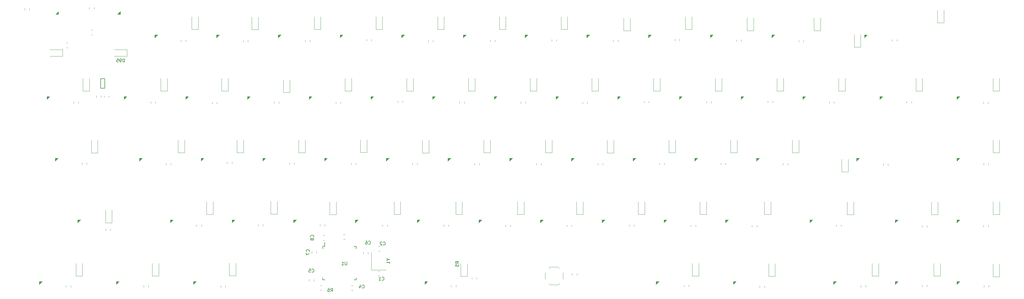
<source format=gbr>
%TF.GenerationSoftware,KiCad,Pcbnew,(6.0.8)*%
%TF.CreationDate,2023-04-08T01:55:34-04:00*%
%TF.ProjectId,keeb,6b656562-2e6b-4696-9361-645f70636258,rev?*%
%TF.SameCoordinates,Original*%
%TF.FileFunction,Legend,Bot*%
%TF.FilePolarity,Positive*%
%FSLAX46Y46*%
G04 Gerber Fmt 4.6, Leading zero omitted, Abs format (unit mm)*
G04 Created by KiCad (PCBNEW (6.0.8)) date 2023-04-08 01:55:34*
%MOMM*%
%LPD*%
G01*
G04 APERTURE LIST*
%ADD10C,0.150000*%
%ADD11C,0.120000*%
%ADD12C,0.100000*%
G04 APERTURE END LIST*
D10*
%TO.C,R6*%
X159666666Y-163452380D02*
X160000000Y-162976190D01*
X160238095Y-163452380D02*
X160238095Y-162452380D01*
X159857142Y-162452380D01*
X159761904Y-162500000D01*
X159714285Y-162547619D01*
X159666666Y-162642857D01*
X159666666Y-162785714D01*
X159714285Y-162880952D01*
X159761904Y-162928571D01*
X159857142Y-162976190D01*
X160238095Y-162976190D01*
X158809523Y-162452380D02*
X159000000Y-162452380D01*
X159095238Y-162500000D01*
X159142857Y-162547619D01*
X159238095Y-162690476D01*
X159285714Y-162880952D01*
X159285714Y-163261904D01*
X159238095Y-163357142D01*
X159190476Y-163404761D01*
X159095238Y-163452380D01*
X158904761Y-163452380D01*
X158809523Y-163404761D01*
X158761904Y-163357142D01*
X158714285Y-163261904D01*
X158714285Y-163023809D01*
X158761904Y-162928571D01*
X158809523Y-162880952D01*
X158904761Y-162833333D01*
X159095238Y-162833333D01*
X159190476Y-162880952D01*
X159238095Y-162928571D01*
X159285714Y-163023809D01*
%TO.C,C8*%
X154359392Y-146599797D02*
X154407011Y-146552178D01*
X154454630Y-146409321D01*
X154454630Y-146314083D01*
X154407011Y-146171225D01*
X154311773Y-146075987D01*
X154216535Y-146028368D01*
X154026059Y-145980749D01*
X153883202Y-145980749D01*
X153692726Y-146028368D01*
X153597488Y-146075987D01*
X153502250Y-146171225D01*
X153454630Y-146314083D01*
X153454630Y-146409321D01*
X153502250Y-146552178D01*
X153549869Y-146599797D01*
X153883202Y-147171225D02*
X153835583Y-147075987D01*
X153787964Y-147028368D01*
X153692726Y-146980749D01*
X153645107Y-146980749D01*
X153549869Y-147028368D01*
X153502250Y-147075987D01*
X153454630Y-147171225D01*
X153454630Y-147361702D01*
X153502250Y-147456940D01*
X153549869Y-147504559D01*
X153645107Y-147552178D01*
X153692726Y-147552178D01*
X153787964Y-147504559D01*
X153835583Y-147456940D01*
X153883202Y-147361702D01*
X153883202Y-147171225D01*
X153930821Y-147075987D01*
X153978440Y-147028368D01*
X154073678Y-146980749D01*
X154264154Y-146980749D01*
X154359392Y-147028368D01*
X154407011Y-147075987D01*
X154454630Y-147171225D01*
X154454630Y-147361702D01*
X154407011Y-147456940D01*
X154359392Y-147504559D01*
X154264154Y-147552178D01*
X154073678Y-147552178D01*
X153978440Y-147504559D01*
X153930821Y-147456940D01*
X153883202Y-147361702D01*
%TO.C,C6*%
X171333416Y-148722142D02*
X171381035Y-148769761D01*
X171523892Y-148817380D01*
X171619130Y-148817380D01*
X171761988Y-148769761D01*
X171857226Y-148674523D01*
X171904845Y-148579285D01*
X171952464Y-148388809D01*
X171952464Y-148245952D01*
X171904845Y-148055476D01*
X171857226Y-147960238D01*
X171761988Y-147865000D01*
X171619130Y-147817380D01*
X171523892Y-147817380D01*
X171381035Y-147865000D01*
X171333416Y-147912619D01*
X170476273Y-147817380D02*
X170666750Y-147817380D01*
X170761988Y-147865000D01*
X170809607Y-147912619D01*
X170904845Y-148055476D01*
X170952464Y-148245952D01*
X170952464Y-148626904D01*
X170904845Y-148722142D01*
X170857226Y-148769761D01*
X170761988Y-148817380D01*
X170571511Y-148817380D01*
X170476273Y-148769761D01*
X170428654Y-148722142D01*
X170381035Y-148626904D01*
X170381035Y-148388809D01*
X170428654Y-148293571D01*
X170476273Y-148245952D01*
X170571511Y-148198333D01*
X170761988Y-148198333D01*
X170857226Y-148245952D01*
X170904845Y-148293571D01*
X170952464Y-148388809D01*
%TO.C,C2*%
X175877333Y-148986106D02*
X175924952Y-149033725D01*
X176067809Y-149081344D01*
X176163047Y-149081344D01*
X176305905Y-149033725D01*
X176401143Y-148938487D01*
X176448762Y-148843249D01*
X176496381Y-148652773D01*
X176496381Y-148509916D01*
X176448762Y-148319440D01*
X176401143Y-148224202D01*
X176305905Y-148128964D01*
X176163047Y-148081344D01*
X176067809Y-148081344D01*
X175924952Y-148128964D01*
X175877333Y-148176583D01*
X175496381Y-148176583D02*
X175448762Y-148128964D01*
X175353524Y-148081344D01*
X175115428Y-148081344D01*
X175020190Y-148128964D01*
X174972571Y-148176583D01*
X174924952Y-148271821D01*
X174924952Y-148367059D01*
X174972571Y-148509916D01*
X175544000Y-149081344D01*
X174924952Y-149081344D01*
%TO.C,U1*%
X164663654Y-154229630D02*
X164663654Y-155039154D01*
X164616035Y-155134392D01*
X164568416Y-155182011D01*
X164473178Y-155229630D01*
X164282702Y-155229630D01*
X164187464Y-155182011D01*
X164139845Y-155134392D01*
X164092226Y-155039154D01*
X164092226Y-154229630D01*
X163092226Y-155229630D02*
X163663654Y-155229630D01*
X163377940Y-155229630D02*
X163377940Y-154229630D01*
X163473178Y-154372488D01*
X163568416Y-154467726D01*
X163663654Y-154515345D01*
%TO.C,C5*%
X153870912Y-157354392D02*
X153918531Y-157402011D01*
X154061388Y-157449630D01*
X154156626Y-157449630D01*
X154299484Y-157402011D01*
X154394722Y-157306773D01*
X154442341Y-157211535D01*
X154489960Y-157021059D01*
X154489960Y-156878202D01*
X154442341Y-156687726D01*
X154394722Y-156592488D01*
X154299484Y-156497250D01*
X154156626Y-156449630D01*
X154061388Y-156449630D01*
X153918531Y-156497250D01*
X153870912Y-156544869D01*
X152966150Y-156449630D02*
X153442341Y-156449630D01*
X153489960Y-156925821D01*
X153442341Y-156878202D01*
X153347103Y-156830583D01*
X153109007Y-156830583D01*
X153013769Y-156878202D01*
X152966150Y-156925821D01*
X152918531Y-157021059D01*
X152918531Y-157259154D01*
X152966150Y-157354392D01*
X153013769Y-157402011D01*
X153109007Y-157449630D01*
X153347103Y-157449630D01*
X153442341Y-157402011D01*
X153489960Y-157354392D01*
%TO.C,C7*%
X153018759Y-151118547D02*
X153066378Y-151070928D01*
X153113997Y-150928071D01*
X153113997Y-150832833D01*
X153066378Y-150689975D01*
X152971140Y-150594737D01*
X152875902Y-150547118D01*
X152685426Y-150499499D01*
X152542569Y-150499499D01*
X152352093Y-150547118D01*
X152256855Y-150594737D01*
X152161617Y-150689975D01*
X152113997Y-150832833D01*
X152113997Y-150928071D01*
X152161617Y-151070928D01*
X152209236Y-151118547D01*
X152113997Y-151451880D02*
X152113997Y-152118547D01*
X153113997Y-151689975D01*
%TO.C,D95*%
X96047785Y-92527380D02*
X96047785Y-91527380D01*
X95809690Y-91527380D01*
X95666833Y-91575000D01*
X95571595Y-91670238D01*
X95523976Y-91765476D01*
X95476357Y-91955952D01*
X95476357Y-92098809D01*
X95523976Y-92289285D01*
X95571595Y-92384523D01*
X95666833Y-92479761D01*
X95809690Y-92527380D01*
X96047785Y-92527380D01*
X95000166Y-92527380D02*
X94809690Y-92527380D01*
X94714452Y-92479761D01*
X94666833Y-92432142D01*
X94571595Y-92289285D01*
X94523976Y-92098809D01*
X94523976Y-91717857D01*
X94571595Y-91622619D01*
X94619214Y-91575000D01*
X94714452Y-91527380D01*
X94904928Y-91527380D01*
X95000166Y-91575000D01*
X95047785Y-91622619D01*
X95095404Y-91717857D01*
X95095404Y-91955952D01*
X95047785Y-92051190D01*
X95000166Y-92098809D01*
X94904928Y-92146428D01*
X94714452Y-92146428D01*
X94619214Y-92098809D01*
X94571595Y-92051190D01*
X94523976Y-91955952D01*
X93619214Y-91527380D02*
X94095404Y-91527380D01*
X94143023Y-92003571D01*
X94095404Y-91955952D01*
X94000166Y-91908333D01*
X93762071Y-91908333D01*
X93666833Y-91955952D01*
X93619214Y-92003571D01*
X93571595Y-92098809D01*
X93571595Y-92336904D01*
X93619214Y-92432142D01*
X93666833Y-92479761D01*
X93762071Y-92527380D01*
X94000166Y-92527380D01*
X94095404Y-92479761D01*
X94143023Y-92432142D01*
%TO.C,C4*%
X169426954Y-162274063D02*
X169474573Y-162321682D01*
X169617430Y-162369301D01*
X169712668Y-162369301D01*
X169855526Y-162321682D01*
X169950764Y-162226444D01*
X169998383Y-162131206D01*
X170046002Y-161940730D01*
X170046002Y-161797873D01*
X169998383Y-161607397D01*
X169950764Y-161512159D01*
X169855526Y-161416921D01*
X169712668Y-161369301D01*
X169617430Y-161369301D01*
X169474573Y-161416921D01*
X169426954Y-161464540D01*
X168569811Y-161702635D02*
X168569811Y-162369301D01*
X168807907Y-161321682D02*
X169046002Y-162035968D01*
X168426954Y-162035968D01*
%TO.C,R5*%
X199187255Y-154739583D02*
X198711065Y-154406250D01*
X199187255Y-154168154D02*
X198187255Y-154168154D01*
X198187255Y-154549107D01*
X198234875Y-154644345D01*
X198282494Y-154691964D01*
X198377732Y-154739583D01*
X198520589Y-154739583D01*
X198615827Y-154691964D01*
X198663446Y-154644345D01*
X198711065Y-154549107D01*
X198711065Y-154168154D01*
X198187255Y-155644345D02*
X198187255Y-155168154D01*
X198663446Y-155120535D01*
X198615827Y-155168154D01*
X198568208Y-155263392D01*
X198568208Y-155501488D01*
X198615827Y-155596726D01*
X198663446Y-155644345D01*
X198758684Y-155691964D01*
X198996779Y-155691964D01*
X199092017Y-155644345D01*
X199139636Y-155596726D01*
X199187255Y-155501488D01*
X199187255Y-155263392D01*
X199139636Y-155168154D01*
X199092017Y-155120535D01*
%TO.C,C1*%
X175492583Y-159844606D02*
X175540202Y-159892225D01*
X175683059Y-159939844D01*
X175778297Y-159939844D01*
X175921155Y-159892225D01*
X176016393Y-159796987D01*
X176064012Y-159701749D01*
X176111631Y-159511273D01*
X176111631Y-159368416D01*
X176064012Y-159177940D01*
X176016393Y-159082702D01*
X175921155Y-158987464D01*
X175778297Y-158939844D01*
X175683059Y-158939844D01*
X175540202Y-158987464D01*
X175492583Y-159035083D01*
X174540202Y-159939844D02*
X175111631Y-159939844D01*
X174825917Y-159939844D02*
X174825917Y-158939844D01*
X174921155Y-159082702D01*
X175016393Y-159177940D01*
X175111631Y-159225559D01*
%TO.C,Y1*%
X177445857Y-153571523D02*
X177922047Y-153571523D01*
X176922047Y-153238190D02*
X177445857Y-153571523D01*
X176922047Y-153904856D01*
X177922047Y-154761999D02*
X177922047Y-154190571D01*
X177922047Y-154476285D02*
X176922047Y-154476285D01*
X177064905Y-154381047D01*
X177160143Y-154285809D01*
X177207762Y-154190571D01*
D11*
%TO.C,SW1*%
X230350000Y-160900000D02*
X229900000Y-161350000D01*
X229900000Y-161350000D02*
X227400000Y-161350000D01*
X226950000Y-160900000D02*
X227400000Y-161350000D01*
X225900000Y-157600000D02*
X225900000Y-159600000D01*
X231400000Y-157600000D02*
X231400000Y-159600000D01*
X230350000Y-156300000D02*
X229900000Y-155850000D01*
X229900000Y-155850000D02*
X227400000Y-155850000D01*
X226950000Y-156300000D02*
X227400000Y-155850000D01*
%TO.C,C30*%
X257885000Y-104576248D02*
X257885000Y-105098752D01*
X256415000Y-104576248D02*
X256415000Y-105098752D01*
%TO.C,D56*%
G36*
X281550000Y-142192500D02*
G01*
X281550000Y-141292500D01*
X282450000Y-141292500D01*
X281550000Y-142192500D01*
G37*
D12*
X281550000Y-142192500D02*
X281550000Y-141292500D01*
X282450000Y-141292500D01*
X281550000Y-142192500D01*
%TO.C,D36*%
G36*
X157691000Y-123142500D02*
G01*
X157691000Y-122242500D01*
X158591000Y-122242500D01*
X157691000Y-123142500D01*
G37*
X157691000Y-123142500D02*
X157691000Y-122242500D01*
X158591000Y-122242500D01*
X157691000Y-123142500D01*
%TO.C,D20*%
G36*
X133912500Y-104092500D02*
G01*
X133912500Y-103192500D01*
X134812500Y-103192500D01*
X133912500Y-104092500D01*
G37*
X133912500Y-104092500D02*
X133912500Y-103192500D01*
X134812500Y-103192500D01*
X133912500Y-104092500D01*
%TO.C,D42*%
G36*
X272025000Y-123142500D02*
G01*
X272025000Y-122242500D01*
X272925000Y-122242500D01*
X272025000Y-123142500D01*
G37*
X272025000Y-123142500D02*
X272025000Y-122242500D01*
X272925000Y-122242500D01*
X272025000Y-123142500D01*
%TO.C,D24*%
G36*
X210112500Y-104092500D02*
G01*
X210112500Y-103192500D01*
X211012500Y-103192500D01*
X210112500Y-104092500D01*
G37*
X210112500Y-104092500D02*
X210112500Y-103192500D01*
X211012500Y-103192500D01*
X210112500Y-104092500D01*
%TO.C,D33*%
G36*
X100575000Y-123142500D02*
G01*
X100575000Y-122242500D01*
X101475000Y-122242500D01*
X100575000Y-123142500D01*
G37*
X100575000Y-123142500D02*
X100575000Y-122242500D01*
X101475000Y-122242500D01*
X100575000Y-123142500D01*
%TO.C,D46*%
G36*
X81525000Y-142192500D02*
G01*
X81525000Y-141292500D01*
X82425000Y-141292500D01*
X81525000Y-142192500D01*
G37*
X81525000Y-142192500D02*
X81525000Y-141292500D01*
X82425000Y-141292500D01*
X81525000Y-142192500D01*
%TO.C,D68*%
G36*
X352987500Y-161242500D02*
G01*
X352987500Y-160342500D01*
X353887500Y-160342500D01*
X352987500Y-161242500D01*
G37*
X352987500Y-161242500D02*
X352987500Y-160342500D01*
X353887500Y-160342500D01*
X352987500Y-161242500D01*
%TO.C,D43*%
G36*
X291075000Y-123142500D02*
G01*
X291075000Y-122242500D01*
X291975000Y-122242500D01*
X291075000Y-123142500D01*
G37*
X291075000Y-123142500D02*
X291075000Y-122242500D01*
X291975000Y-122242500D01*
X291075000Y-123142500D01*
%TO.C,D55*%
G36*
X262527305Y-142192500D02*
G01*
X262527305Y-141292500D01*
X263427305Y-141292500D01*
X262527305Y-142192500D01*
G37*
X262527305Y-142192500D02*
X262527305Y-141292500D01*
X263427305Y-141292500D01*
X262527305Y-142192500D01*
%TO.C,D37*%
G36*
X176775000Y-123142500D02*
G01*
X176775000Y-122242500D01*
X177675000Y-122242500D01*
X176775000Y-123142500D01*
G37*
X176775000Y-123142500D02*
X176775000Y-122242500D01*
X177675000Y-122242500D01*
X176775000Y-123142500D01*
%TO.C,D58*%
G36*
X333937500Y-142192500D02*
G01*
X333937500Y-141292500D01*
X334837500Y-141292500D01*
X333937500Y-142192500D01*
G37*
X333937500Y-142192500D02*
X333937500Y-141292500D01*
X334837500Y-141292500D01*
X333937500Y-142192500D01*
%TO.C,D25*%
G36*
X229177250Y-104092500D02*
G01*
X229177250Y-103192500D01*
X230077250Y-103192500D01*
X229177250Y-104092500D01*
G37*
X229177250Y-104092500D02*
X229177250Y-103192500D01*
X230077250Y-103192500D01*
X229177250Y-104092500D01*
%TO.C,D61*%
G36*
X93446000Y-161242500D02*
G01*
X93446000Y-160342500D01*
X94346000Y-160342500D01*
X93446000Y-161242500D01*
G37*
X93446000Y-161242500D02*
X93446000Y-160342500D01*
X94346000Y-160342500D01*
X93446000Y-161242500D01*
%TO.C,D5*%
G36*
X124402250Y-85042500D02*
G01*
X124402250Y-84142500D01*
X125302250Y-84142500D01*
X124402250Y-85042500D01*
G37*
X124402250Y-85042500D02*
X124402250Y-84142500D01*
X125302250Y-84142500D01*
X124402250Y-85042500D01*
%TO.C,D34*%
G36*
X119591000Y-123142500D02*
G01*
X119591000Y-122242500D01*
X120491000Y-122242500D01*
X119591000Y-123142500D01*
G37*
X119591000Y-123142500D02*
X119591000Y-122242500D01*
X120491000Y-122242500D01*
X119591000Y-123142500D01*
%TO.C,D31*%
G36*
X352987500Y-104092500D02*
G01*
X352987500Y-103192500D01*
X353887500Y-103192500D01*
X352987500Y-104092500D01*
G37*
X352987500Y-104092500D02*
X352987500Y-103192500D01*
X353887500Y-103192500D01*
X352987500Y-104092500D01*
%TO.C,D10*%
G36*
X219637500Y-85042500D02*
G01*
X219637500Y-84142500D01*
X220537500Y-84142500D01*
X219637500Y-85042500D01*
G37*
X219637500Y-85042500D02*
X219637500Y-84142500D01*
X220537500Y-84142500D01*
X219637500Y-85042500D01*
%TO.C,D44*%
G36*
X321997250Y-123142500D02*
G01*
X321997250Y-122242500D01*
X322897250Y-122242500D01*
X321997250Y-123142500D01*
G37*
X321997250Y-123142500D02*
X321997250Y-122242500D01*
X322897250Y-122242500D01*
X321997250Y-123142500D01*
%TO.C,D19*%
G36*
X114877250Y-104092500D02*
G01*
X114877250Y-103192500D01*
X115777250Y-103192500D01*
X114877250Y-104092500D01*
G37*
X114877250Y-104092500D02*
X114877250Y-103192500D01*
X115777250Y-103192500D01*
X114877250Y-104092500D01*
%TO.C,D48*%
G36*
X129164750Y-142192500D02*
G01*
X129164750Y-141292500D01*
X130064750Y-141292500D01*
X129164750Y-142192500D01*
G37*
X129164750Y-142192500D02*
X129164750Y-141292500D01*
X130064750Y-141292500D01*
X129164750Y-142192500D01*
%TO.C,D47*%
G36*
X110114750Y-142192500D02*
G01*
X110114750Y-141292500D01*
X111014750Y-141292500D01*
X110114750Y-142192500D01*
G37*
X110114750Y-142192500D02*
X110114750Y-141292500D01*
X111014750Y-141292500D01*
X110114750Y-142192500D01*
%TO.C,D66*%
G36*
X314887500Y-161242500D02*
G01*
X314887500Y-160342500D01*
X315787500Y-160342500D01*
X314887500Y-161242500D01*
G37*
X314887500Y-161242500D02*
X314887500Y-160342500D01*
X315787500Y-160342500D01*
X314887500Y-161242500D01*
%TO.C,D41*%
G36*
X252975000Y-123142500D02*
G01*
X252975000Y-122242500D01*
X253875000Y-122242500D01*
X252975000Y-123142500D01*
G37*
X252975000Y-123142500D02*
X252975000Y-122242500D01*
X253875000Y-122242500D01*
X252975000Y-123142500D01*
%TO.C,D2*%
G36*
X75637500Y-77782500D02*
G01*
X74737500Y-77782500D01*
X75637500Y-76882500D01*
X75637500Y-77782500D01*
G37*
X75637500Y-77782500D02*
X74737500Y-77782500D01*
X75637500Y-76882500D01*
X75637500Y-77782500D01*
%TO.C,D53*%
G36*
X224400000Y-142192500D02*
G01*
X224400000Y-141292500D01*
X225300000Y-141292500D01*
X224400000Y-142192500D01*
G37*
X224400000Y-142192500D02*
X224400000Y-141292500D01*
X225300000Y-141292500D01*
X224400000Y-142192500D01*
%TO.C,D21*%
G36*
X152977250Y-104092500D02*
G01*
X152977250Y-103192500D01*
X153877250Y-103192500D01*
X152977250Y-104092500D01*
G37*
X152977250Y-104092500D02*
X152977250Y-103192500D01*
X153877250Y-103192500D01*
X152977250Y-104092500D01*
%TO.C,D63*%
G36*
X188696007Y-161242500D02*
G01*
X188696007Y-160342500D01*
X189596007Y-160342500D01*
X188696007Y-161242500D01*
G37*
X188696007Y-161242500D02*
X188696007Y-160342500D01*
X189596007Y-160342500D01*
X188696007Y-161242500D01*
%TO.C,D6*%
G36*
X143452250Y-85042500D02*
G01*
X143452250Y-84142500D01*
X144352250Y-84142500D01*
X143452250Y-85042500D01*
G37*
X143452250Y-85042500D02*
X143452250Y-84142500D01*
X144352250Y-84142500D01*
X143452250Y-85042500D01*
%TO.C,D18*%
G36*
X95827250Y-104092500D02*
G01*
X95827250Y-103192500D01*
X96727250Y-103192500D01*
X95827250Y-104092500D01*
G37*
X95827250Y-104092500D02*
X95827250Y-103192500D01*
X96727250Y-103192500D01*
X95827250Y-104092500D01*
%TO.C,D54*%
G36*
X243450000Y-142192500D02*
G01*
X243450000Y-141292500D01*
X244350000Y-141292500D01*
X243450000Y-142192500D01*
G37*
X243450000Y-142192500D02*
X243450000Y-141292500D01*
X244350000Y-141292500D01*
X243450000Y-142192500D01*
%TO.C,D32*%
G36*
X74603500Y-123142500D02*
G01*
X74603500Y-122242500D01*
X75503500Y-122242500D01*
X74603500Y-123142500D01*
G37*
X74603500Y-123142500D02*
X74603500Y-122242500D01*
X75503500Y-122242500D01*
X74603500Y-123142500D01*
%TO.C,D27*%
G36*
X267262500Y-104092500D02*
G01*
X267262500Y-103192500D01*
X268162500Y-103192500D01*
X267262500Y-104092500D01*
G37*
X267262500Y-104092500D02*
X267262500Y-103192500D01*
X268162500Y-103192500D01*
X267262500Y-104092500D01*
%TO.C,D12*%
G36*
X257752250Y-85042500D02*
G01*
X257752250Y-84142500D01*
X258652250Y-84142500D01*
X257752250Y-85042500D01*
G37*
X257752250Y-85042500D02*
X257752250Y-84142500D01*
X258652250Y-84142500D01*
X257752250Y-85042500D01*
%TO.C,D30*%
G36*
X329189750Y-104092500D02*
G01*
X329189750Y-103192500D01*
X330089750Y-103192500D01*
X329189750Y-104092500D01*
G37*
X329189750Y-104092500D02*
X329189750Y-103192500D01*
X330089750Y-103192500D01*
X329189750Y-104092500D01*
%TO.C,D22*%
G36*
X172012500Y-104092500D02*
G01*
X172012500Y-103192500D01*
X172912500Y-103192500D01*
X172012500Y-104092500D01*
G37*
X172012500Y-104092500D02*
X172012500Y-103192500D01*
X172912500Y-103192500D01*
X172012500Y-104092500D01*
%TO.C,D50*%
G36*
X167250000Y-142192500D02*
G01*
X167250000Y-141292500D01*
X168150000Y-141292500D01*
X167250000Y-142192500D01*
G37*
X167250000Y-142192500D02*
X167250000Y-141292500D01*
X168150000Y-141292500D01*
X167250000Y-142192500D01*
%TO.C,D62*%
G36*
X117258500Y-161242500D02*
G01*
X117258500Y-160342500D01*
X118158500Y-160342500D01*
X117258500Y-161242500D01*
G37*
X117258500Y-161242500D02*
X117258500Y-160342500D01*
X118158500Y-160342500D01*
X117258500Y-161242500D01*
%TO.C,D3*%
G36*
X94702250Y-77782500D02*
G01*
X93802250Y-77782500D01*
X94702250Y-76882500D01*
X94702250Y-77782500D01*
G37*
X94702250Y-77782500D02*
X93802250Y-77782500D01*
X94702250Y-76882500D01*
X94702250Y-77782500D01*
%TO.C,D11*%
G36*
X238702250Y-85042500D02*
G01*
X238702250Y-84142500D01*
X239602250Y-84142500D01*
X238702250Y-85042500D01*
G37*
X238702250Y-85042500D02*
X238702250Y-84142500D01*
X239602250Y-84142500D01*
X238702250Y-85042500D01*
%TO.C,D26*%
G36*
X248212500Y-104092500D02*
G01*
X248212500Y-103192500D01*
X249112500Y-103192500D01*
X248212500Y-104092500D01*
G37*
X248212500Y-104092500D02*
X248212500Y-103192500D01*
X249112500Y-103192500D01*
X248212500Y-104092500D01*
%TO.C,D35*%
G36*
X138641000Y-123142500D02*
G01*
X138641000Y-122242500D01*
X139541000Y-122242500D01*
X138641000Y-123142500D01*
G37*
X138641000Y-123142500D02*
X138641000Y-122242500D01*
X139541000Y-122242500D01*
X138641000Y-123142500D01*
%TO.C,D14*%
G36*
X295852250Y-85042500D02*
G01*
X295852250Y-84142500D01*
X296752250Y-84142500D01*
X295852250Y-85042500D01*
G37*
X295852250Y-85042500D02*
X295852250Y-84142500D01*
X296752250Y-84142500D01*
X295852250Y-85042500D01*
%TO.C,D4*%
G36*
X105337500Y-85042500D02*
G01*
X105337500Y-84142500D01*
X106237500Y-84142500D01*
X105337500Y-85042500D01*
G37*
X105337500Y-85042500D02*
X105337500Y-84142500D01*
X106237500Y-84142500D01*
X105337500Y-85042500D01*
%TO.C,D57*%
G36*
X307563555Y-142192500D02*
G01*
X307563555Y-141292500D01*
X308463555Y-141292500D01*
X307563555Y-142192500D01*
G37*
X307563555Y-142192500D02*
X307563555Y-141292500D01*
X308463555Y-141292500D01*
X307563555Y-142192500D01*
%TO.C,D28*%
G36*
X286312500Y-104092500D02*
G01*
X286312500Y-103192500D01*
X287212500Y-103192500D01*
X286312500Y-104092500D01*
G37*
X286312500Y-104092500D02*
X286312500Y-103192500D01*
X287212500Y-103192500D01*
X286312500Y-104092500D01*
%TO.C,D59*%
G36*
X352987500Y-142192500D02*
G01*
X352987500Y-141292500D01*
X353887500Y-141292500D01*
X352987500Y-142192500D01*
G37*
X352987500Y-142192500D02*
X352987500Y-141292500D01*
X353887500Y-141292500D01*
X352987500Y-142192500D01*
%TO.C,D38*%
G36*
X195825000Y-123142500D02*
G01*
X195825000Y-122242500D01*
X196725000Y-122242500D01*
X195825000Y-123142500D01*
G37*
X195825000Y-123142500D02*
X195825000Y-122242500D01*
X196725000Y-122242500D01*
X195825000Y-123142500D01*
%TO.C,D67*%
G36*
X333937500Y-161242500D02*
G01*
X333937500Y-160342500D01*
X334837500Y-160342500D01*
X333937500Y-161242500D01*
G37*
X333937500Y-161242500D02*
X333937500Y-160342500D01*
X334837500Y-160342500D01*
X333937500Y-161242500D01*
%TO.C,D15*%
G36*
X324412500Y-85042500D02*
G01*
X324412500Y-84142500D01*
X325312500Y-84142500D01*
X324412500Y-85042500D01*
G37*
X324412500Y-85042500D02*
X324412500Y-84142500D01*
X325312500Y-84142500D01*
X324412500Y-85042500D01*
%TO.C,D64*%
G36*
X260118750Y-161242500D02*
G01*
X260118750Y-160342500D01*
X261018750Y-160342500D01*
X260118750Y-161242500D01*
G37*
X260118750Y-161242500D02*
X260118750Y-160342500D01*
X261018750Y-160342500D01*
X260118750Y-161242500D01*
%TO.C,D9*%
G36*
X200602250Y-85042500D02*
G01*
X200602250Y-84142500D01*
X201502250Y-84142500D01*
X200602250Y-85042500D01*
G37*
X200602250Y-85042500D02*
X200602250Y-84142500D01*
X201502250Y-84142500D01*
X200602250Y-85042500D01*
%TO.C,D29*%
G36*
X305362500Y-104092500D02*
G01*
X305362500Y-103192500D01*
X306262500Y-103192500D01*
X305362500Y-104092500D01*
G37*
X305362500Y-104092500D02*
X305362500Y-103192500D01*
X306262500Y-103192500D01*
X305362500Y-104092500D01*
%TO.C,D23*%
G36*
X191062500Y-104092500D02*
G01*
X191062500Y-103192500D01*
X191962500Y-103192500D01*
X191062500Y-104092500D01*
G37*
X191062500Y-104092500D02*
X191062500Y-103192500D01*
X191962500Y-103192500D01*
X191062500Y-104092500D01*
%TO.C,D52*%
G36*
X205423805Y-142192500D02*
G01*
X205423805Y-141292500D01*
X206323805Y-141292500D01*
X205423805Y-142192500D01*
G37*
X205423805Y-142192500D02*
X205423805Y-141292500D01*
X206323805Y-141292500D01*
X205423805Y-142192500D01*
%TO.C,D8*%
G36*
X181552250Y-85042500D02*
G01*
X181552250Y-84142500D01*
X182452250Y-84142500D01*
X181552250Y-85042500D01*
G37*
X181552250Y-85042500D02*
X181552250Y-84142500D01*
X182452250Y-84142500D01*
X181552250Y-85042500D01*
%TO.C,D49*%
G36*
X148200000Y-142192500D02*
G01*
X148200000Y-141292500D01*
X149100000Y-141292500D01*
X148200000Y-142192500D01*
G37*
X148200000Y-142192500D02*
X148200000Y-141292500D01*
X149100000Y-141292500D01*
X148200000Y-142192500D01*
%TO.C,D51*%
G36*
X186327305Y-142192500D02*
G01*
X186327305Y-141292500D01*
X187227305Y-141292500D01*
X186327305Y-142192500D01*
G37*
X186327305Y-142192500D02*
X186327305Y-141292500D01*
X187227305Y-141292500D01*
X186327305Y-142192500D01*
%TO.C,D65*%
G36*
X283946000Y-161242500D02*
G01*
X283946000Y-160342500D01*
X284846000Y-160342500D01*
X283946000Y-161242500D01*
G37*
X283946000Y-161242500D02*
X283946000Y-160342500D01*
X284846000Y-160342500D01*
X283946000Y-161242500D01*
%TO.C,D60*%
G36*
X69693250Y-161242500D02*
G01*
X69693250Y-160342500D01*
X70593250Y-160342500D01*
X69693250Y-161242500D01*
G37*
X69693250Y-161242500D02*
X69693250Y-160342500D01*
X70593250Y-160342500D01*
X69693250Y-161242500D01*
%TO.C,D13*%
G36*
X276817000Y-85042500D02*
G01*
X276817000Y-84142500D01*
X277717000Y-84142500D01*
X276817000Y-85042500D01*
G37*
X276817000Y-85042500D02*
X276817000Y-84142500D01*
X277717000Y-84142500D01*
X276817000Y-85042500D01*
%TO.C,D39*%
G36*
X214875000Y-123142500D02*
G01*
X214875000Y-122242500D01*
X215775000Y-122242500D01*
X214875000Y-123142500D01*
G37*
X214875000Y-123142500D02*
X214875000Y-122242500D01*
X215775000Y-122242500D01*
X214875000Y-123142500D01*
%TO.C,D7*%
G36*
X162534000Y-85042500D02*
G01*
X162534000Y-84142500D01*
X163434000Y-84142500D01*
X162534000Y-85042500D01*
G37*
X162534000Y-85042500D02*
X162534000Y-84142500D01*
X163434000Y-84142500D01*
X162534000Y-85042500D01*
%TO.C,D40*%
G36*
X233925000Y-123142500D02*
G01*
X233925000Y-122242500D01*
X234825000Y-122242500D01*
X233925000Y-123142500D01*
G37*
X233925000Y-123142500D02*
X233925000Y-122242500D01*
X234825000Y-122242500D01*
X233925000Y-123142500D01*
%TO.C,D45*%
G36*
X352987500Y-123142500D02*
G01*
X352987500Y-122242500D01*
X353887500Y-122242500D01*
X352987500Y-123142500D01*
G37*
X352987500Y-123142500D02*
X352987500Y-122242500D01*
X353887500Y-122242500D01*
X352987500Y-123142500D01*
%TO.C,D17*%
G36*
X72014750Y-104092500D02*
G01*
X72014750Y-103192500D01*
X72914750Y-103192500D01*
X72014750Y-104092500D01*
G37*
X72014750Y-104092500D02*
X72014750Y-103192500D01*
X72914750Y-103192500D01*
X72014750Y-104092500D01*
D11*
%TO.C,C18*%
X138785000Y-142713748D02*
X138785000Y-143236252D01*
X137315000Y-142713748D02*
X137315000Y-143236252D01*
%TO.C,D128*%
X170828500Y-120456250D02*
X168828500Y-120456250D01*
X168828500Y-120456250D02*
X168828500Y-116556250D01*
X170828500Y-120456250D02*
X170828500Y-116556250D01*
%TO.C,R6*%
X156445932Y-163044750D02*
X156900060Y-163044750D01*
X156445932Y-161574750D02*
X156900060Y-161574750D01*
%TO.C,C43*%
X246925000Y-85686248D02*
X246925000Y-86208752D01*
X248395000Y-85686248D02*
X248395000Y-86208752D01*
%TO.C,D100*%
X194689750Y-82418750D02*
X194689750Y-78518750D01*
X194689750Y-82418750D02*
X192689750Y-82418750D01*
X192689750Y-82418750D02*
X192689750Y-78518750D01*
%TO.C,C15*%
X85115000Y-76148752D02*
X85115000Y-75626248D01*
X86585000Y-76148752D02*
X86585000Y-75626248D01*
%TO.C,D138*%
X90150000Y-142150000D02*
X90150000Y-138250000D01*
X92150000Y-142150000D02*
X92150000Y-138250000D01*
X92150000Y-142150000D02*
X90150000Y-142150000D01*
%TO.C,C62*%
X103385000Y-161526248D02*
X103385000Y-162048752D01*
X101915000Y-161526248D02*
X101915000Y-162048752D01*
%TO.C,D140*%
X141153555Y-139487500D02*
X141153555Y-135587500D01*
X143153555Y-139487500D02*
X141153555Y-139487500D01*
X143153555Y-139487500D02*
X143153555Y-135587500D01*
%TO.C,C42*%
X205535000Y-123826248D02*
X205535000Y-124348752D01*
X204065000Y-123826248D02*
X204065000Y-124348752D01*
%TO.C,D117*%
X242314750Y-101468750D02*
X242314750Y-97568750D01*
X240314750Y-101468750D02*
X240314750Y-97568750D01*
X242314750Y-101468750D02*
X240314750Y-101468750D01*
%TO.C,C60*%
X118315000Y-142776248D02*
X118315000Y-143298752D01*
X119785000Y-142776248D02*
X119785000Y-143298752D01*
%TO.C,C35*%
X315815000Y-142776248D02*
X315815000Y-143298752D01*
X317285000Y-142776248D02*
X317285000Y-143298752D01*
%TO.C,C33*%
X342315000Y-143026248D02*
X342315000Y-143548752D01*
X343785000Y-143026248D02*
X343785000Y-143548752D01*
%TO.C,R4*%
X78051436Y-86577500D02*
X78505564Y-86577500D01*
X78051436Y-88047500D02*
X78505564Y-88047500D01*
%TO.C,C59*%
X275665000Y-104676248D02*
X275665000Y-105198752D01*
X277135000Y-104676248D02*
X277135000Y-105198752D01*
%TO.C,D121*%
X318514750Y-101468750D02*
X318514750Y-97568750D01*
X316514750Y-101468750D02*
X316514750Y-97568750D01*
X318514750Y-101468750D02*
X316514750Y-101468750D01*
%TO.C,D134*%
X285128500Y-120518750D02*
X285128500Y-116618750D01*
X283128500Y-120518750D02*
X283128500Y-116618750D01*
X285128500Y-120518750D02*
X283128500Y-120518750D01*
%TO.C,C44*%
X143685000Y-104776248D02*
X143685000Y-105298752D01*
X142215000Y-104776248D02*
X142215000Y-105298752D01*
%TO.C,D124*%
X87741000Y-120581250D02*
X87741000Y-116681250D01*
X87741000Y-120581250D02*
X85741000Y-120581250D01*
X85741000Y-120581250D02*
X85741000Y-116681250D01*
%TO.C,C14*%
X324835000Y-161526248D02*
X324835000Y-162048752D01*
X323365000Y-161526248D02*
X323365000Y-162048752D01*
%TO.C,D125*%
X114521000Y-120518750D02*
X114521000Y-116618750D01*
X114521000Y-120518750D02*
X112521000Y-120518750D01*
X112521000Y-120518750D02*
X112521000Y-116618750D01*
%TO.C,D150*%
X345102305Y-139631250D02*
X345102305Y-135731250D01*
X347102305Y-139631250D02*
X345102305Y-139631250D01*
X347102305Y-139631250D02*
X347102305Y-135731250D01*
%TO.C,C8*%
X157796919Y-146107664D02*
X157274415Y-146107664D01*
X157796919Y-147577664D02*
X157274415Y-147577664D01*
%TO.C,C22*%
X361165000Y-104838748D02*
X361165000Y-105361252D01*
X362635000Y-104838748D02*
X362635000Y-105361252D01*
%TO.C,C10*%
X105585000Y-104751248D02*
X105585000Y-105273752D01*
X104115000Y-104751248D02*
X104115000Y-105273752D01*
%TO.C,C65*%
X286445000Y-85658748D02*
X286445000Y-86181252D01*
X284975000Y-85658748D02*
X284975000Y-86181252D01*
%TO.C,D97*%
X135317500Y-82481250D02*
X135317500Y-78581250D01*
X137317500Y-82481250D02*
X135317500Y-82481250D01*
X137317500Y-82481250D02*
X137317500Y-78581250D01*
%TO.C,D151*%
X366152305Y-139568750D02*
X364152305Y-139568750D01*
X366152305Y-139568750D02*
X366152305Y-135668750D01*
X364152305Y-139568750D02*
X364152305Y-135668750D01*
%TO.C,D112*%
X147064750Y-101912500D02*
X147064750Y-98012500D01*
X145064750Y-101912500D02*
X145064750Y-98012500D01*
X147064750Y-101912500D02*
X145064750Y-101912500D01*
%TO.C,D131*%
X225978500Y-120518750D02*
X225978500Y-116618750D01*
X227978500Y-120518750D02*
X227978500Y-116618750D01*
X227978500Y-120518750D02*
X225978500Y-120518750D01*
%TO.C,C66*%
X82875000Y-123626248D02*
X82875000Y-124148752D01*
X84345000Y-123626248D02*
X84345000Y-124148752D01*
%TO.C,C11*%
X361265000Y-123826248D02*
X361265000Y-124348752D01*
X362735000Y-123826248D02*
X362735000Y-124348752D01*
%TO.C,C64*%
X181885000Y-104488748D02*
X181885000Y-105011252D01*
X180415000Y-104488748D02*
X180415000Y-105011252D01*
%TO.C,C20*%
X65161000Y-76461252D02*
X65161000Y-75938748D01*
X66631000Y-76461252D02*
X66631000Y-75938748D01*
%TO.C,D149*%
X321113805Y-139631250D02*
X321113805Y-135731250D01*
X321113805Y-139631250D02*
X319113805Y-139631250D01*
X319113805Y-139631250D02*
X319113805Y-135731250D01*
%TO.C,D118*%
X261364750Y-101468750D02*
X261364750Y-97568750D01*
X259364750Y-101468750D02*
X259364750Y-97568750D01*
X261364750Y-101468750D02*
X259364750Y-101468750D01*
%TO.C,C32*%
X342265000Y-161388748D02*
X342265000Y-161911252D01*
X343735000Y-161388748D02*
X343735000Y-161911252D01*
%TO.C,D155*%
X201833500Y-158681250D02*
X201833500Y-154781250D01*
X201833500Y-158681250D02*
X199833500Y-158681250D01*
X199833500Y-158681250D02*
X199833500Y-154781250D01*
%TO.C,D107*%
X308880625Y-82800000D02*
X308880625Y-78900000D01*
X310880625Y-82800000D02*
X308880625Y-82800000D01*
X310880625Y-82800000D02*
X310880625Y-78900000D01*
%TO.C,D110*%
X109218750Y-101468750D02*
X107218750Y-101468750D01*
X109218750Y-101468750D02*
X109218750Y-97568750D01*
X107218750Y-101468750D02*
X107218750Y-97568750D01*
%TO.C,C28*%
X280165000Y-123726248D02*
X280165000Y-124248752D01*
X281635000Y-123726248D02*
X281635000Y-124248752D01*
%TO.C,C52*%
X300785000Y-123838748D02*
X300785000Y-124361252D01*
X299315000Y-123838748D02*
X299315000Y-124361252D01*
%TO.C,C16*%
X223215000Y-123838748D02*
X223215000Y-124361252D01*
X224685000Y-123838748D02*
X224685000Y-124361252D01*
%TO.C,C34*%
X123095000Y-104918748D02*
X123095000Y-105441252D01*
X124565000Y-104918748D02*
X124565000Y-105441252D01*
%TO.C,R2*%
X89715000Y-102972936D02*
X89715000Y-103427064D01*
X91185000Y-102972936D02*
X91185000Y-103427064D01*
%TO.C,D106*%
X290243125Y-82800000D02*
X290243125Y-78900000D01*
X288243125Y-82800000D02*
X288243125Y-78900000D01*
X290243125Y-82800000D02*
X288243125Y-82800000D01*
%TO.C,C9*%
X127185000Y-161538748D02*
X127185000Y-162061252D01*
X125715000Y-161538748D02*
X125715000Y-162061252D01*
%TO.C,C54*%
X80315000Y-104776248D02*
X80315000Y-105298752D01*
X81785000Y-104776248D02*
X81785000Y-105298752D01*
%TO.C,D104*%
X250143125Y-82862500D02*
X250143125Y-78962500D01*
X252143125Y-82862500D02*
X252143125Y-78962500D01*
X252143125Y-82862500D02*
X250143125Y-82862500D01*
D10*
%TO.C,D1*%
X89923167Y-97691464D02*
X89923167Y-100591464D01*
X88623167Y-97691464D02*
X88623167Y-100591464D01*
X89923167Y-100591464D02*
X88623167Y-100591464D01*
X88623167Y-97691464D02*
X89923167Y-97691464D01*
D11*
%TO.C,C6*%
X171235000Y-151278748D02*
X171235000Y-151801252D01*
X169765000Y-151278748D02*
X169765000Y-151801252D01*
%TO.C,D148*%
X293555055Y-139568750D02*
X293555055Y-135668750D01*
X295555055Y-139568750D02*
X295555055Y-135668750D01*
X295555055Y-139568750D02*
X293555055Y-139568750D01*
%TO.C,C41*%
X77915000Y-161576248D02*
X77915000Y-162098752D01*
X79385000Y-161576248D02*
X79385000Y-162098752D01*
%TO.C,R3*%
X86118981Y-82608750D02*
X85664853Y-82608750D01*
X86118981Y-84078750D02*
X85664853Y-84078750D01*
%TO.C,D130*%
X206928500Y-120518750D02*
X206928500Y-116618750D01*
X208928500Y-120518750D02*
X208928500Y-116618750D01*
X208928500Y-120518750D02*
X206928500Y-120518750D01*
%TO.C,D98*%
X156589750Y-82418750D02*
X156589750Y-78518750D01*
X154589750Y-82418750D02*
X154589750Y-78518750D01*
X156589750Y-82418750D02*
X154589750Y-82418750D01*
%TO.C,D94*%
X76877250Y-88693750D02*
X72977250Y-88693750D01*
X76877250Y-90693750D02*
X72977250Y-90693750D01*
X76877250Y-88693750D02*
X76877250Y-90693750D01*
%TO.C,C2*%
X174934419Y-149481464D02*
X174411915Y-149481464D01*
X174934419Y-150951464D02*
X174411915Y-150951464D01*
%TO.C,C23*%
X234215000Y-158348752D02*
X234215000Y-157826248D01*
X235685000Y-158348752D02*
X235685000Y-157826248D01*
D10*
%TO.C,U1*%
X157217750Y-159808500D02*
X157892750Y-159808500D01*
X167567750Y-149458500D02*
X167567750Y-150133500D01*
X167567750Y-159808500D02*
X167567750Y-159133500D01*
X167567750Y-149458500D02*
X166892750Y-149458500D01*
X167567750Y-159808500D02*
X166892750Y-159808500D01*
X157217750Y-149458500D02*
X157792750Y-149458500D01*
X157217750Y-159808500D02*
X157217750Y-159133500D01*
X157792750Y-149458500D02*
X157792750Y-148183500D01*
X157217750Y-149458500D02*
X157217750Y-150133500D01*
D11*
%TO.C,C61*%
X270865000Y-142876248D02*
X270865000Y-143398752D01*
X272335000Y-142876248D02*
X272335000Y-143398752D01*
%TO.C,C17*%
X91735000Y-144026248D02*
X91735000Y-144548752D01*
X90265000Y-144026248D02*
X90265000Y-144548752D01*
%TO.C,D119*%
X280414750Y-101468750D02*
X278414750Y-101468750D01*
X278414750Y-101468750D02*
X278414750Y-97568750D01*
X280414750Y-101468750D02*
X280414750Y-97568750D01*
%TO.C,C48*%
X157835000Y-142718748D02*
X157835000Y-143241252D01*
X156365000Y-142718748D02*
X156365000Y-143241252D01*
%TO.C,D147*%
X273664805Y-139568750D02*
X273664805Y-135668750D01*
X275664805Y-139568750D02*
X273664805Y-139568750D01*
X275664805Y-139568750D02*
X275664805Y-135668750D01*
%TO.C,D129*%
X187978500Y-120581250D02*
X187978500Y-116681250D01*
X189978500Y-120581250D02*
X187978500Y-120581250D01*
X189978500Y-120581250D02*
X189978500Y-116681250D01*
%TO.C,D156*%
X273271000Y-158618750D02*
X271271000Y-158618750D01*
X271271000Y-158618750D02*
X271271000Y-154718750D01*
X273271000Y-158618750D02*
X273271000Y-154718750D01*
%TO.C,C53*%
X362835000Y-161526248D02*
X362835000Y-162048752D01*
X361365000Y-161526248D02*
X361365000Y-162048752D01*
%TO.C,D116*%
X223264750Y-101468750D02*
X223264750Y-97568750D01*
X223264750Y-101468750D02*
X221264750Y-101468750D01*
X221264750Y-101468750D02*
X221264750Y-97568750D01*
%TO.C,D127*%
X151778500Y-120518750D02*
X149778500Y-120518750D01*
X149778500Y-120518750D02*
X149778500Y-116618750D01*
X151778500Y-120518750D02*
X151778500Y-116618750D01*
%TO.C,D102*%
X232789750Y-82418750D02*
X232789750Y-78518750D01*
X230789750Y-82418750D02*
X230789750Y-78518750D01*
X232789750Y-82418750D02*
X230789750Y-82418750D01*
%TO.C,D146*%
X256614805Y-139568750D02*
X254614805Y-139568750D01*
X254614805Y-139568750D02*
X254614805Y-135668750D01*
X256614805Y-139568750D02*
X256614805Y-135668750D01*
%TO.C,D135*%
X304178500Y-120518750D02*
X302178500Y-120518750D01*
X304178500Y-120518750D02*
X304178500Y-116618750D01*
X302178500Y-120518750D02*
X302178500Y-116618750D01*
%TO.C,C55*%
X191265000Y-85826248D02*
X191265000Y-86348752D01*
X189795000Y-85826248D02*
X189795000Y-86348752D01*
%TO.C,D120*%
X297464750Y-101468750D02*
X297464750Y-97568750D01*
X299464750Y-101468750D02*
X297464750Y-101468750D01*
X299464750Y-101468750D02*
X299464750Y-97568750D01*
%TO.C,C45*%
X172245000Y-85426248D02*
X172245000Y-85948752D01*
X170775000Y-85426248D02*
X170775000Y-85948752D01*
%TO.C,D141*%
X161364805Y-139631250D02*
X161364805Y-135731250D01*
X161364805Y-139631250D02*
X159364805Y-139631250D01*
X159364805Y-139631250D02*
X159364805Y-135731250D01*
%TO.C,C5*%
X154439246Y-159667248D02*
X154439246Y-160189752D01*
X152969246Y-159667248D02*
X152969246Y-160189752D01*
%TO.C,C51*%
X289765000Y-142926248D02*
X289765000Y-143448752D01*
X291235000Y-142926248D02*
X291235000Y-143448752D01*
%TO.C,D123*%
X366139750Y-101468750D02*
X366139750Y-97568750D01*
X364139750Y-101468750D02*
X364139750Y-97568750D01*
X366139750Y-101468750D02*
X364139750Y-101468750D01*
%TO.C,C7*%
X155298867Y-151023962D02*
X155298867Y-151546466D01*
X153828867Y-151023962D02*
X153828867Y-151546466D01*
%TO.C,D136*%
X319410000Y-126470000D02*
X319410000Y-122570000D01*
X319410000Y-126470000D02*
X317410000Y-126470000D01*
X317410000Y-126470000D02*
X317410000Y-122570000D01*
%TO.C,D160*%
X366125000Y-158840000D02*
X364125000Y-158840000D01*
X366125000Y-158840000D02*
X366125000Y-154940000D01*
X364125000Y-158840000D02*
X364125000Y-154940000D01*
%TO.C,D137*%
X366137500Y-120518750D02*
X364137500Y-120518750D01*
X364137500Y-120518750D02*
X364137500Y-116618750D01*
X366137500Y-120518750D02*
X366137500Y-116618750D01*
%TO.C,C47*%
X292115000Y-161676248D02*
X292115000Y-162198752D01*
X293585000Y-161676248D02*
X293585000Y-162198752D01*
%TO.C,D95*%
X96783500Y-90693750D02*
X92883500Y-90693750D01*
X96783500Y-88693750D02*
X92883500Y-88693750D01*
X96783500Y-88693750D02*
X96783500Y-90693750D01*
%TO.C,C40*%
X334485000Y-85536248D02*
X334485000Y-86058752D01*
X333015000Y-85536248D02*
X333015000Y-86058752D01*
%TO.C,C75*%
X338985000Y-104701248D02*
X338985000Y-105223752D01*
X337515000Y-104701248D02*
X337515000Y-105223752D01*
%TO.C,C72*%
X108865000Y-123826248D02*
X108865000Y-124348752D01*
X110335000Y-123826248D02*
X110335000Y-124348752D01*
%TO.C,D144*%
X217355055Y-139568750D02*
X217355055Y-135668750D01*
X219355055Y-139568750D02*
X217355055Y-139568750D01*
X219355055Y-139568750D02*
X219355055Y-135668750D01*
%TO.C,D133*%
X264078500Y-120518750D02*
X264078500Y-116618750D01*
X266078500Y-120518750D02*
X264078500Y-120518750D01*
X266078500Y-120518750D02*
X266078500Y-116618750D01*
%TO.C,C67*%
X232565000Y-142826248D02*
X232565000Y-143348752D01*
X234035000Y-142826248D02*
X234035000Y-143348752D01*
%TO.C,C26*%
X177135000Y-142776248D02*
X177135000Y-143298752D01*
X175665000Y-142776248D02*
X175665000Y-143298752D01*
%TO.C,C19*%
X262685000Y-123726248D02*
X262685000Y-124248752D01*
X261215000Y-123726248D02*
X261215000Y-124248752D01*
%TO.C,C24*%
X153275000Y-85746248D02*
X153275000Y-86268752D01*
X151805000Y-85746248D02*
X151805000Y-86268752D01*
%TO.C,C25*%
X198335000Y-161488748D02*
X198335000Y-162011252D01*
X196865000Y-161488748D02*
X196865000Y-162011252D01*
%TO.C,C21*%
X161265000Y-104826248D02*
X161265000Y-105348752D01*
X162735000Y-104826248D02*
X162735000Y-105348752D01*
%TO.C,D152*%
X82993250Y-158618750D02*
X80993250Y-158618750D01*
X82993250Y-158618750D02*
X82993250Y-154718750D01*
X80993250Y-158618750D02*
X80993250Y-154718750D01*
%TO.C,C63*%
X210415000Y-85726248D02*
X210415000Y-86248752D01*
X208945000Y-85726248D02*
X208945000Y-86248752D01*
%TO.C,C56*%
X294665000Y-104526248D02*
X294665000Y-105048752D01*
X296135000Y-104526248D02*
X296135000Y-105048752D01*
%TO.C,D157*%
X296876000Y-158681250D02*
X294876000Y-158681250D01*
X294876000Y-158681250D02*
X294876000Y-154781250D01*
X296876000Y-158681250D02*
X296876000Y-154781250D01*
%TO.C,D158*%
X328818750Y-158618750D02*
X328818750Y-154718750D01*
X328818750Y-158618750D02*
X326818750Y-158618750D01*
X326818750Y-158618750D02*
X326818750Y-154718750D01*
%TO.C,D145*%
X237564805Y-139568750D02*
X237564805Y-135668750D01*
X235564805Y-139568750D02*
X235564805Y-135668750D01*
X237564805Y-139568750D02*
X235564805Y-139568750D01*
%TO.C,D111*%
X126014750Y-101468750D02*
X126014750Y-97568750D01*
X128014750Y-101468750D02*
X128014750Y-97568750D01*
X128014750Y-101468750D02*
X126014750Y-101468750D01*
%TO.C,C3*%
X163592665Y-145828264D02*
X164115169Y-145828264D01*
X163592665Y-147298264D02*
X164115169Y-147298264D01*
%TO.C,C74*%
X238935000Y-104826248D02*
X238935000Y-105348752D01*
X237465000Y-104826248D02*
X237465000Y-105348752D01*
%TO.C,C58*%
X227895000Y-85566248D02*
X227895000Y-86088752D01*
X229365000Y-85566248D02*
X229365000Y-86088752D01*
%TO.C,C69*%
X243635000Y-123826248D02*
X243635000Y-124348752D01*
X242165000Y-123826248D02*
X242165000Y-124348752D01*
%TO.C,D122*%
X340327250Y-101468750D02*
X340327250Y-97568750D01*
X342327250Y-101468750D02*
X340327250Y-101468750D01*
X342327250Y-101468750D02*
X342327250Y-97568750D01*
%TO.C,C57*%
X167485000Y-123751248D02*
X167485000Y-124273752D01*
X166015000Y-123751248D02*
X166015000Y-124273752D01*
%TO.C,C46*%
X215185000Y-142826248D02*
X215185000Y-143348752D01*
X213715000Y-142826248D02*
X213715000Y-143348752D01*
%TO.C,D126*%
X130728500Y-120518750D02*
X130728500Y-116618750D01*
X132728500Y-120518750D02*
X130728500Y-120518750D01*
X132728500Y-120518750D02*
X132728500Y-116618750D01*
%TO.C,D153*%
X106583500Y-158618750D02*
X106583500Y-154718750D01*
X104583500Y-158618750D02*
X104583500Y-154718750D01*
X106583500Y-158618750D02*
X104583500Y-158618750D01*
%TO.C,D142*%
X179208555Y-139568750D02*
X179208555Y-135668750D01*
X181208555Y-139568750D02*
X179208555Y-139568750D01*
X181208555Y-139568750D02*
X181208555Y-135668750D01*
%TO.C,D96*%
X118793125Y-82418750D02*
X116793125Y-82418750D01*
X118793125Y-82418750D02*
X118793125Y-78518750D01*
X116793125Y-82418750D02*
X116793125Y-78518750D01*
%TO.C,R1*%
X88735000Y-102922936D02*
X88735000Y-103377064D01*
X87265000Y-102922936D02*
X87265000Y-103377064D01*
%TO.C,C50*%
X305635000Y-85816248D02*
X305635000Y-86338752D01*
X304165000Y-85816248D02*
X304165000Y-86338752D01*
%TO.C,D99*%
X175639750Y-82418750D02*
X173639750Y-82418750D01*
X175639750Y-82418750D02*
X175639750Y-78518750D01*
X173639750Y-82418750D02*
X173639750Y-78518750D01*
%TO.C,C13*%
X200885000Y-104738748D02*
X200885000Y-105261252D01*
X199415000Y-104738748D02*
X199415000Y-105261252D01*
%TO.C,D159*%
X345868750Y-158618750D02*
X345868750Y-154718750D01*
X347868750Y-158618750D02*
X347868750Y-154718750D01*
X347868750Y-158618750D02*
X345868750Y-158618750D01*
%TO.C,D143*%
X200258555Y-139568750D02*
X198258555Y-139568750D01*
X198258555Y-139568750D02*
X198258555Y-135668750D01*
X200258555Y-139568750D02*
X200258555Y-135668750D01*
%TO.C,C39*%
X251815000Y-142751248D02*
X251815000Y-143273752D01*
X253285000Y-142751248D02*
X253285000Y-143273752D01*
%TO.C,C4*%
X166027165Y-163055000D02*
X166549669Y-163055000D01*
X166027165Y-161585000D02*
X166549669Y-161585000D01*
%TO.C,C37*%
X132635000Y-85816248D02*
X132635000Y-86338752D01*
X134105000Y-85816248D02*
X134105000Y-86338752D01*
%TO.C,D114*%
X185164750Y-101468750D02*
X183164750Y-101468750D01*
X185164750Y-101468750D02*
X185164750Y-97568750D01*
X183164750Y-101468750D02*
X183164750Y-97568750D01*
%TO.C,C31*%
X268815000Y-161376248D02*
X268815000Y-161898752D01*
X270285000Y-161376248D02*
X270285000Y-161898752D01*
%TO.C,C12*%
X331735000Y-123938748D02*
X331735000Y-124461252D01*
X330265000Y-123938748D02*
X330265000Y-124461252D01*
%TO.C,R5*%
X203273500Y-159110436D02*
X203273500Y-159564564D01*
X204743500Y-159110436D02*
X204743500Y-159564564D01*
%TO.C,C1*%
X174270915Y-158634964D02*
X174793419Y-158634964D01*
X174270915Y-157164964D02*
X174793419Y-157164964D01*
%TO.C,D139*%
X121360680Y-139568750D02*
X121360680Y-135668750D01*
X123360680Y-139568750D02*
X121360680Y-139568750D01*
X123360680Y-139568750D02*
X123360680Y-135668750D01*
%TO.C,D103*%
X348980000Y-80355000D02*
X346980000Y-80355000D01*
X346980000Y-80355000D02*
X346980000Y-76455000D01*
X348980000Y-80355000D02*
X348980000Y-76455000D01*
%TO.C,D101*%
X213739750Y-82418750D02*
X211739750Y-82418750D01*
X211739750Y-82418750D02*
X211739750Y-78518750D01*
X213739750Y-82418750D02*
X213739750Y-78518750D01*
%TO.C,Y1*%
X176669667Y-156747714D02*
X172169667Y-156747714D01*
X172169667Y-156747714D02*
X172169667Y-151347714D01*
%TO.C,D105*%
X271193125Y-82418750D02*
X271193125Y-78518750D01*
X271193125Y-82418750D02*
X269193125Y-82418750D01*
X269193125Y-82418750D02*
X269193125Y-78518750D01*
%TO.C,C70*%
X361215000Y-142938748D02*
X361215000Y-143461252D01*
X362685000Y-142938748D02*
X362685000Y-143461252D01*
%TO.C,D132*%
X247028500Y-120581250D02*
X245028500Y-120581250D01*
X245028500Y-120581250D02*
X245028500Y-116681250D01*
X247028500Y-120581250D02*
X247028500Y-116681250D01*
%TO.C,D115*%
X204214750Y-101468750D02*
X202214750Y-101468750D01*
X204214750Y-101468750D02*
X204214750Y-97568750D01*
X202214750Y-101468750D02*
X202214750Y-97568750D01*
%TO.C,D113*%
X166114750Y-101468750D02*
X164114750Y-101468750D01*
X164114750Y-101468750D02*
X164114750Y-97568750D01*
X166114750Y-101468750D02*
X166114750Y-97568750D01*
%TO.C,C71*%
X146965000Y-123651248D02*
X146965000Y-124173752D01*
X148435000Y-123651248D02*
X148435000Y-124173752D01*
%TO.C,C38*%
X315085000Y-104726248D02*
X315085000Y-105248752D01*
X313615000Y-104726248D02*
X313615000Y-105248752D01*
%TO.C,D108*%
X323292000Y-87912500D02*
X321292000Y-87912500D01*
X323292000Y-87912500D02*
X323292000Y-84012500D01*
X321292000Y-87912500D02*
X321292000Y-84012500D01*
%TO.C,C68*%
X127715000Y-123388748D02*
X127715000Y-123911252D01*
X129185000Y-123388748D02*
X129185000Y-123911252D01*
%TO.C,D109*%
X85152250Y-101468750D02*
X85152250Y-97568750D01*
X83152250Y-101468750D02*
X83152250Y-97568750D01*
X85152250Y-101468750D02*
X83152250Y-101468750D01*
%TO.C,C73*%
X194615000Y-142788748D02*
X194615000Y-143311252D01*
X196085000Y-142788748D02*
X196085000Y-143311252D01*
%TO.C,C49*%
X113465000Y-85678748D02*
X113465000Y-86201252D01*
X114935000Y-85678748D02*
X114935000Y-86201252D01*
%TO.C,D154*%
X128396000Y-158556250D02*
X128396000Y-154656250D01*
X130396000Y-158556250D02*
X130396000Y-154656250D01*
X130396000Y-158556250D02*
X128396000Y-158556250D01*
%TO.C,C36*%
X219785000Y-104776248D02*
X219785000Y-105298752D01*
X218315000Y-104776248D02*
X218315000Y-105298752D01*
%TO.C,C29*%
X265895000Y-85418748D02*
X265895000Y-85941252D01*
X267365000Y-85418748D02*
X267365000Y-85941252D01*
%TO.C,C27*%
X186385000Y-123751248D02*
X186385000Y-124273752D01*
X184915000Y-123751248D02*
X184915000Y-124273752D01*
%TD*%
M02*

</source>
